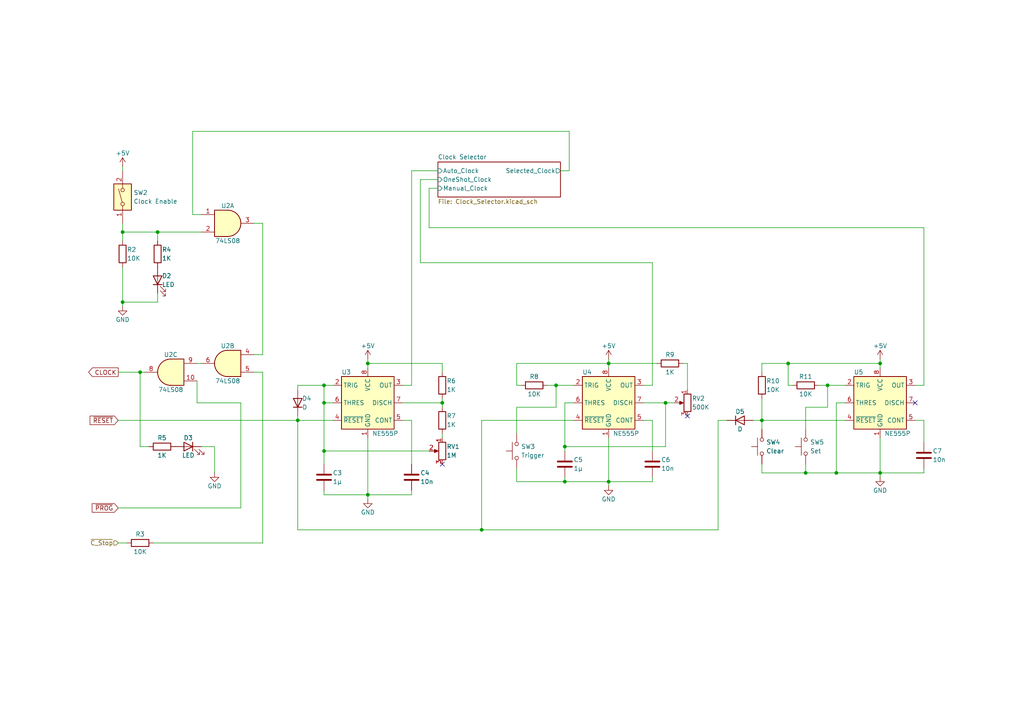
<source format=kicad_sch>
(kicad_sch (version 20231120) (generator "eeschema") (generator_version "8.0")
  (paper "A4")
  (title_block (title "8-Bit Computer - Clock Module") (date "2024-03-10") (rev "1") (comment 1 "Creator: Matan Brightbert"))
  (lib_symbols
    (symbol "74xx:74LS08" (pin_names (offset 1.016))
      (property "Reference" "U" (at 0 1.27 0))
      (property "Value" "74LS08" (at 0 -1.27 0))
      (symbol "74LS08_1_1"
        (arc (start 0 -3.81) (mid 3.7934 0) (end 0 3.81) (stroke (width 0.254)) (fill (type background)))
        (polyline (pts (xy 0 3.81) (xy -3.81 3.81) (xy -3.81 -3.81) (xy 0 -3.81)) (stroke (width 0.254)) (fill (type background)))
        (pin input line (at -7.62 2.54 0) (length 3.81) (name "~") (number "1"))
        (pin input line (at -7.62 -2.54 0) (length 3.81) (name "~") (number "2"))
        (pin output line (at 7.62 0 180) (length 3.81) (name "~") (number "3"))
      )
      (symbol "74LS08_1_2"
        (arc (start -3.81 -3.81) (mid -2.589 0) (end -3.81 3.81) (stroke (width 0.254)))
        (arc (start -0.6096 -3.81) (mid 2.1842 -2.5851) (end 3.81 0) (stroke (width 0.254)) (fill (type background)))
        (polyline (pts (xy -3.81 -3.81) (xy -0.635 -3.81)) (stroke (width 0.254)) (fill (type background)))
        (polyline (pts (xy -3.81 3.81) (xy -0.635 3.81)) (stroke (width 0.254)) (fill (type background)))
        (polyline (pts (xy -0.635 3.81) (xy -3.81 3.81) (xy -3.81 3.81) (xy -3.556 3.4036) (xy -3.0226 2.2606) (xy -2.6924 1.0414) (xy -2.6162 -0.254) (xy -2.7686 -1.4986) (xy -3.175 -2.7178) (xy -3.81 -3.81) (xy -3.81 -3.81) (xy -0.635 -3.81)) (stroke (width -25.4)) (fill (type background)))
        (arc (start 3.81 0) (mid 2.1915 2.5936) (end -0.6096 3.81) (stroke (width 0.254)) (fill (type background)))
        (pin input inverted (at -7.62 2.54 0) (length 4.318) (name "~") (number "1"))
        (pin input inverted (at -7.62 -2.54 0) (length 4.318) (name "~") (number "2"))
        (pin output inverted (at 7.62 0 180) (length 3.81) (name "~") (number "3"))
      )
      (symbol "74LS08_2_1"
        (arc (start 0 -3.81) (mid 3.7934 0) (end 0 3.81) (stroke (width 0.254)) (fill (type background)))
        (polyline (pts (xy 0 3.81) (xy -3.81 3.81) (xy -3.81 -3.81) (xy 0 -3.81)) (stroke (width 0.254)) (fill (type background)))
        (pin input line (at -7.62 2.54 0) (length 3.81) (name "~") (number "4"))
        (pin input line (at -7.62 -2.54 0) (length 3.81) (name "~") (number "5"))
        (pin output line (at 7.62 0 180) (length 3.81) (name "~") (number "6"))
      )
      (symbol "74LS08_2_2"
        (arc (start -3.81 -3.81) (mid -2.589 0) (end -3.81 3.81) (stroke (width 0.254)))
        (arc (start -0.6096 -3.81) (mid 2.1842 -2.5851) (end 3.81 0) (stroke (width 0.254)) (fill (type background)))
        (polyline (pts (xy -3.81 -3.81) (xy -0.635 -3.81)) (stroke (width 0.254)) (fill (type background)))
        (polyline (pts (xy -3.81 3.81) (xy -0.635 3.81)) (stroke (width 0.254)) (fill (type background)))
        (polyline (pts (xy -0.635 3.81) (xy -3.81 3.81) (xy -3.81 3.81) (xy -3.556 3.4036) (xy -3.0226 2.2606) (xy -2.6924 1.0414) (xy -2.6162 -0.254) (xy -2.7686 -1.4986) (xy -3.175 -2.7178) (xy -3.81 -3.81) (xy -3.81 -3.81) (xy -0.635 -3.81)) (stroke (width -25.4)) (fill (type background)))
        (arc (start 3.81 0) (mid 2.1915 2.5936) (end -0.6096 3.81) (stroke (width 0.254)) (fill (type background)))
        (pin input inverted (at -7.62 2.54 0) (length 4.318) (name "~") (number "4"))
        (pin input inverted (at -7.62 -2.54 0) (length 4.318) (name "~") (number "5"))
        (pin output inverted (at 7.62 0 180) (length 3.81) (name "~") (number "6"))
      )
      (symbol "74LS08_3_1"
        (arc (start 0 -3.81) (mid 3.7934 0) (end 0 3.81) (stroke (width 0.254)) (fill (type background)))
        (polyline (pts (xy 0 3.81) (xy -3.81 3.81) (xy -3.81 -3.81) (xy 0 -3.81)) (stroke (width 0.254)) (fill (type background)))
        (pin input line (at -7.62 -2.54 0) (length 3.81) (name "~") (number "10"))
        (pin output line (at 7.62 0 180) (length 3.81) (name "~") (number "8"))
        (pin input line (at -7.62 2.54 0) (length 3.81) (name "~") (number "9"))
      )
      (symbol "74LS08_3_2"
        (arc (start -3.81 -3.81) (mid -2.589 0) (end -3.81 3.81) (stroke (width 0.254)))
        (arc (start -0.6096 -3.81) (mid 2.1842 -2.5851) (end 3.81 0) (stroke (width 0.254)) (fill (type background)))
        (polyline (pts (xy -3.81 -3.81) (xy -0.635 -3.81)) (stroke (width 0.254)) (fill (type background)))
        (polyline (pts (xy -3.81 3.81) (xy -0.635 3.81)) (stroke (width 0.254)) (fill (type background)))
        (polyline (pts (xy -0.635 3.81) (xy -3.81 3.81) (xy -3.81 3.81) (xy -3.556 3.4036) (xy -3.0226 2.2606) (xy -2.6924 1.0414) (xy -2.6162 -0.254) (xy -2.7686 -1.4986) (xy -3.175 -2.7178) (xy -3.81 -3.81) (xy -3.81 -3.81) (xy -0.635 -3.81)) (stroke (width -25.4)) (fill (type background)))
        (arc (start 3.81 0) (mid 2.1915 2.5936) (end -0.6096 3.81) (stroke (width 0.254)) (fill (type background)))
        (pin input inverted (at -7.62 -2.54 0) (length 4.318) (name "~") (number "10"))
        (pin output inverted (at 7.62 0 180) (length 3.81) (name "~") (number "8"))
        (pin input inverted (at -7.62 2.54 0) (length 4.318) (name "~") (number "9"))
      )
      (symbol "74LS08_4_1"
        (arc (start 0 -3.81) (mid 3.7934 0) (end 0 3.81) (stroke (width 0.254)) (fill (type background)))
        (polyline (pts (xy 0 3.81) (xy -3.81 3.81) (xy -3.81 -3.81) (xy 0 -3.81)) (stroke (width 0.254)) (fill (type background)))
        (pin output line (at 7.62 0 180) (length 3.81) (name "~") (number "11"))
        (pin input line (at -7.62 2.54 0) (length 3.81) (name "~") (number "12"))
        (pin input line (at -7.62 -2.54 0) (length 3.81) (name "~") (number "13"))
      )
      (symbol "74LS08_4_2"
        (arc (start -3.81 -3.81) (mid -2.589 0) (end -3.81 3.81) (stroke (width 0.254)))
        (arc (start -0.6096 -3.81) (mid 2.1842 -2.5851) (end 3.81 0) (stroke (width 0.254)) (fill (type background)))
        (polyline (pts (xy -3.81 -3.81) (xy -0.635 -3.81)) (stroke (width 0.254)) (fill (type background)))
        (polyline (pts (xy -3.81 3.81) (xy -0.635 3.81)) (stroke (width 0.254)) (fill (type background)))
        (polyline (pts (xy -0.635 3.81) (xy -3.81 3.81) (xy -3.81 3.81) (xy -3.556 3.4036) (xy -3.0226 2.2606) (xy -2.6924 1.0414) (xy -2.6162 -0.254) (xy -2.7686 -1.4986) (xy -3.175 -2.7178) (xy -3.81 -3.81) (xy -3.81 -3.81) (xy -0.635 -3.81)) (stroke (width -25.4)) (fill (type background)))
        (arc (start 3.81 0) (mid 2.1915 2.5936) (end -0.6096 3.81) (stroke (width 0.254)) (fill (type background)))
        (pin output inverted (at 7.62 0 180) (length 3.81) (name "~") (number "11"))
        (pin input inverted (at -7.62 2.54 0) (length 4.318) (name "~") (number "12"))
        (pin input inverted (at -7.62 -2.54 0) (length 4.318) (name "~") (number "13"))
      )
      (symbol "74LS08_5_0"
        (pin power_in line (at 0 12.7 270) (length 5.08) (name "VCC") (number "14"))
        (pin power_in line (at 0 -12.7 90) (length 5.08) (name "GND") (number "7"))
      )
      (symbol "74LS08_5_1"
        (rectangle (start -5.08 7.62) (end 5.08 -7.62) (stroke (width 0.254)) (fill (type background)))
      )
    )
    (symbol "Custom:NE555P"
      (property "Reference" "U" (at -7.62 8.89 0))
      (property "Value" "NE555P" (at 1.27 -8.89 0))
      (symbol "NE555P_0_1"
        (rectangle (start -7.62 7.62) (end 7.62 -7.62) (stroke (width 0.254)) (fill (type background)))
      )
      (symbol "NE555P_1_1"
        (pin power_in line (at 0 -10.16 90) (length 2.54) (name "GND") (number "1"))
        (pin input line (at -10.16 5.08 0) (length 2.54) (name "TRIG") (number "2"))
        (pin output line (at 10.16 5.08 180) (length 2.54) (name "OUT") (number "3"))
        (pin input line (at -10.16 -5.08 0) (length 2.54) (name "~{RESET}") (number "4"))
        (pin bidirectional line (at 10.16 -5.08 180) (length 2.54) (name "CONT") (number "5"))
        (pin input line (at -10.16 0 0) (length 2.54) (name "THRES") (number "6"))
        (pin output line (at 10.16 0 180) (length 2.54) (name "DISCH") (number "7"))
        (pin power_in line (at 0 10.16 270) (length 2.54) (name "VCC") (number "8"))
      )
    )
    (symbol "Device:C" (pin_numbers hide) (pin_names (offset 0.254))
      (property "Reference" "C" (at 0.635 2.54 0))
      (property "Value" "C" (at 0.635 -2.54 0))
      (symbol "C_0_1"
        (polyline (pts (xy -2.032 -0.762) (xy 2.032 -0.762)) (stroke (width 0.508)))
        (polyline (pts (xy -2.032 0.762) (xy 2.032 0.762)) (stroke (width 0.508)))
      )
      (symbol "C_1_1"
        (pin passive line (at 0 3.81 270) (length 2.794) (name "~") (number "1"))
        (pin passive line (at 0 -3.81 90) (length 2.794) (name "~") (number "2"))
      )
    )
    (symbol "Device:D" (pin_numbers hide) (pin_names (offset 1.016) hide)
      (property "Reference" "D" (at 0 2.54 0))
      (property "Value" "D" (at 0 -2.54 0))
      (symbol "D_0_1"
        (polyline (pts (xy -1.27 1.27) (xy -1.27 -1.27)) (stroke (width 0.254)))
        (polyline (pts (xy 1.27 0) (xy -1.27 0)))
        (polyline (pts (xy 1.27 1.27) (xy 1.27 -1.27) (xy -1.27 0) (xy 1.27 1.27)) (stroke (width 0.254)))
      )
      (symbol "D_1_1"
        (pin passive line (at -3.81 0 0) (length 2.54) (name "K") (number "1"))
        (pin passive line (at 3.81 0 180) (length 2.54) (name "A") (number "2"))
      )
    )
    (symbol "Device:LED" (pin_numbers hide) (pin_names (offset 1.016) hide)
      (property "Reference" "D" (at 0 2.54 0))
      (property "Value" "LED" (at 0 -2.54 0))
      (symbol "LED_0_1"
        (polyline (pts (xy -1.27 -1.27) (xy -1.27 1.27)) (stroke (width 0.254)))
        (polyline (pts (xy -1.27 0) (xy 1.27 0)))
        (polyline (pts (xy 1.27 -1.27) (xy 1.27 1.27) (xy -1.27 0) (xy 1.27 -1.27)) (stroke (width 0.254)))
        (polyline (pts (xy -3.048 -0.762) (xy -4.572 -2.286) (xy -3.81 -2.286) (xy -4.572 -2.286) (xy -4.572 -1.524)))
        (polyline (pts (xy -1.778 -0.762) (xy -3.302 -2.286) (xy -2.54 -2.286) (xy -3.302 -2.286) (xy -3.302 -1.524)))
      )
      (symbol "LED_1_1"
        (pin passive line (at -3.81 0 0) (length 2.54) (name "K") (number "1"))
        (pin passive line (at 3.81 0 180) (length 2.54) (name "A") (number "2"))
      )
    )
    (symbol "Device:R" (pin_numbers hide) (pin_names (offset 0))
      (property "Reference" "R" (at 2.032 0 90))
      (property "Value" "R" (at 0 0 90))
      (symbol "R_0_1"
        (rectangle (start -1.016 -2.54) (end 1.016 2.54) (stroke (width 0.254)))
      )
      (symbol "R_1_1"
        (pin passive line (at 0 3.81 270) (length 1.27) (name "~") (number "1"))
        (pin passive line (at 0 -3.81 90) (length 1.27) (name "~") (number "2"))
      )
    )
    (symbol "Device:R_Potentiometer" (pin_names (offset 1.016) hide)
      (property "Reference" "RV" (at -4.445 0 90))
      (property "Value" "R_Potentiometer" (at -2.54 0 90))
      (symbol "R_Potentiometer_0_1"
        (polyline (pts (xy 2.54 0) (xy 1.524 0)))
        (polyline (pts (xy 1.143 0) (xy 2.286 0.508) (xy 2.286 -0.508) (xy 1.143 0)) (fill (type outline)))
        (rectangle (start 1.016 2.54) (end -1.016 -2.54) (stroke (width 0.254)))
      )
      (symbol "R_Potentiometer_1_1"
        (pin passive line (at 0 3.81 270) (length 1.27) (name "1") (number "1"))
        (pin passive line (at 3.81 0 180) (length 1.27) (name "2") (number "2"))
        (pin passive line (at 0 -3.81 90) (length 1.27) (name "3") (number "3"))
      )
    )
    (symbol "Switch:SW_DIP_x01" (pin_names (offset 0) hide)
      (property "Reference" "SW" (at 0 3.81 0))
      (property "Value" "SW_DIP_x01" (at 0 -3.81 0))
      (symbol "SW_DIP_x01_0_0"
        (circle (center -2.032 0) (radius 0.508))
        (polyline (pts (xy -1.524 0.127) (xy 2.3622 1.1684)))
        (circle (center 2.032 0) (radius 0.508))
      )
      (symbol "SW_DIP_x01_0_1"
        (rectangle (start -3.81 2.54) (end 3.81 -2.54) (stroke (width 0.254)) (fill (type background)))
      )
      (symbol "SW_DIP_x01_1_1"
        (pin passive line (at -7.62 0 0) (length 5.08) (name "~") (number "1"))
        (pin passive line (at 7.62 0 180) (length 5.08) (name "~") (number "2"))
      )
    )
    (symbol "Switch:SW_Push" (pin_numbers hide) (pin_names (offset 1.016) hide)
      (property "Reference" "SW" (at 1.27 2.54 0))
      (property "Value" "SW_Push" (at 0 -1.524 0))
      (symbol "SW_Push_0_1"
        (circle (center -2.032 0) (radius 0.508))
        (polyline (pts (xy 0 1.27) (xy 0 3.048)))
        (polyline (pts (xy 2.54 1.27) (xy -2.54 1.27)))
        (circle (center 2.032 0) (radius 0.508))
        (pin passive line (at -5.08 0 0) (length 2.54) (name "1") (number "1"))
        (pin passive line (at 5.08 0 180) (length 2.54) (name "2") (number "2"))
      )
    )
    (symbol "power:+5V" (power) (pin_numbers hide) (pin_names (offset 0) hide)
      (property "Value" "+5V" (at 0 3.556 0))
      (symbol "+5V_0_1"
        (polyline (pts (xy -0.762 1.27) (xy 0 2.54)))
        (polyline (pts (xy 0 0) (xy 0 2.54)))
        (polyline (pts (xy 0 2.54) (xy 0.762 1.27)))
      )
      (symbol "+5V_1_1"
        (pin power_in line (at 0 0 90) (length 0) (name "~") (number "1"))
      )
    )
    (symbol "power:GND" (power) (pin_numbers hide) (pin_names (offset 0) hide)
      (property "Value" "GND" (at 0 -3.81 0))
      (symbol "GND_0_1"
        (polyline (pts (xy 0 0) (xy 0 -1.27) (xy 1.27 -1.27) (xy 0 -2.54) (xy -1.27 -1.27) (xy 0 -1.27)))
      )
      (symbol "GND_1_1"
        (pin power_in line (at 0 0 270) (length 0) (name "~") (number "1"))
      )
    )
  )
  (junction (at 163.83 139.7))
  (junction (at 161.29 111.76))
  (junction (at 176.53 139.7))
  (junction (at 106.68 105.41))
  (junction (at 176.53 105.41))
  (junction (at 220.98 121.92))
  (junction (at 242.57 137.16))
  (junction (at 106.68 143.51))
  (junction (at 93.98 116.84))
  (junction (at 228.6 105.41))
  (junction (at 93.98 111.76))
  (junction (at 240.03 111.76))
  (junction (at 255.27 137.16))
  (junction (at 233.68 137.16))
  (junction (at 40.64 107.95))
  (junction (at 45.72 67.31))
  (junction (at 128.27 116.84))
  (junction (at 35.56 67.31))
  (junction (at 139.7 153.67))
  (junction (at 255.27 105.41))
  (junction (at 35.56 87.63))
  (junction (at 193.04 116.84))
  (junction (at 86.36 121.92))
  (junction (at 163.83 129.54))
  (junction (at 93.98 130.81))
  (no_connect (at 128.27 134.62))
  (no_connect (at 265.43 116.84))
  (no_connect (at 199.39 120.65))
  (wire (pts (xy 45.72 67.31) (xy 58.42 67.31)))
  (wire (pts (xy 40.64 129.54) (xy 43.18 129.54)))
  (wire (pts (xy 127 54.61) (xy 124.46 54.61)))
  (wire (pts (xy 186.69 121.92) (xy 189.23 121.92)))
  (wire (pts (xy 163.83 130.81) (xy 163.83 129.54)))
  (wire (pts (xy 34.29 147.32) (xy 69.85 147.32)))
  (wire (pts (xy 106.68 143.51) (xy 119.38 143.51)))
  (wire (pts (xy 121.92 76.2) (xy 189.23 76.2)))
  (wire (pts (xy 96.52 116.84) (xy 93.98 116.84)))
  (wire (pts (xy 220.98 121.92) (xy 220.98 124.46)))
  (wire (pts (xy 119.38 121.92) (xy 119.38 134.62)))
  (wire (pts (xy 35.56 77.47) (xy 35.56 87.63)))
  (wire (pts (xy 176.53 104.14) (xy 176.53 105.41)))
  (wire (pts (xy 93.98 142.24) (xy 93.98 143.51)))
  (wire (pts (xy 35.56 49.53) (xy 35.56 48.26)))
  (wire (pts (xy 73.66 107.95) (xy 76.2 107.95)))
  (wire (pts (xy 163.83 139.7) (xy 176.53 139.7)))
  (wire (pts (xy 186.69 116.84) (xy 193.04 116.84)))
  (wire (pts (xy 242.57 116.84) (xy 242.57 137.16)))
  (wire (pts (xy 163.83 129.54) (xy 193.04 129.54)))
  (wire (pts (xy 161.29 111.76) (xy 166.37 111.76)))
  (wire (pts (xy 62.23 129.54) (xy 62.23 137.16)))
  (wire (pts (xy 149.86 139.7) (xy 163.83 139.7)))
  (wire (pts (xy 96.52 111.76) (xy 93.98 111.76)))
  (wire (pts (xy 86.36 121.92) (xy 96.52 121.92)))
  (wire (pts (xy 124.46 66.04) (xy 267.97 66.04)))
  (wire (pts (xy 86.36 153.67) (xy 139.7 153.67)))
  (wire (pts (xy 265.43 111.76) (xy 267.97 111.76)))
  (wire (pts (xy 34.29 157.48) (xy 36.83 157.48)))
  (wire (pts (xy 57.15 110.49) (xy 57.15 116.84)))
  (wire (pts (xy 233.68 118.11) (xy 233.68 124.46)))
  (wire (pts (xy 220.98 107.95) (xy 220.98 105.41)))
  (wire (pts (xy 93.98 143.51) (xy 106.68 143.51)))
  (wire (pts (xy 149.86 118.11) (xy 161.29 118.11)))
  (wire (pts (xy 220.98 115.57) (xy 220.98 121.92)))
  (wire (pts (xy 163.83 116.84) (xy 163.83 129.54)))
  (wire (pts (xy 176.53 105.41) (xy 190.5 105.41)))
  (wire (pts (xy 237.49 111.76) (xy 240.03 111.76)))
  (wire (pts (xy 233.68 118.11) (xy 240.03 118.11)))
  (wire (pts (xy 255.27 137.16) (xy 255.27 127)))
  (wire (pts (xy 93.98 134.62) (xy 93.98 130.81)))
  (wire (pts (xy 58.42 129.54) (xy 62.23 129.54)))
  (wire (pts (xy 40.64 107.95) (xy 40.64 129.54)))
  (wire (pts (xy 228.6 105.41) (xy 228.6 111.76)))
  (wire (pts (xy 86.36 113.03) (xy 86.36 111.76)))
  (wire (pts (xy 233.68 134.62) (xy 233.68 137.16)))
  (wire (pts (xy 93.98 111.76) (xy 93.98 116.84)))
  (wire (pts (xy 128.27 127) (xy 128.27 125.73)))
  (wire (pts (xy 265.43 121.92) (xy 267.97 121.92)))
  (wire (pts (xy 58.42 62.23) (xy 55.88 62.23)))
  (wire (pts (xy 165.1 38.1) (xy 165.1 49.53)))
  (wire (pts (xy 119.38 49.53) (xy 127 49.53)))
  (wire (pts (xy 106.68 105.41) (xy 106.68 106.68)))
  (wire (pts (xy 189.23 76.2) (xy 189.23 111.76)))
  (wire (pts (xy 151.13 111.76) (xy 149.86 111.76)))
  (wire (pts (xy 218.44 121.92) (xy 220.98 121.92)))
  (wire (pts (xy 86.36 121.92) (xy 86.36 153.67)))
  (wire (pts (xy 220.98 137.16) (xy 233.68 137.16)))
  (wire (pts (xy 45.72 67.31) (xy 45.72 69.85)))
  (wire (pts (xy 124.46 54.61) (xy 124.46 66.04)))
  (wire (pts (xy 119.38 142.24) (xy 119.38 143.51)))
  (wire (pts (xy 119.38 49.53) (xy 119.38 111.76)))
  (wire (pts (xy 57.15 116.84) (xy 69.85 116.84)))
  (wire (pts (xy 208.28 153.67) (xy 139.7 153.67)))
  (wire (pts (xy 76.2 102.87) (xy 76.2 64.77)))
  (wire (pts (xy 139.7 121.92) (xy 139.7 153.67)))
  (wire (pts (xy 189.23 138.43) (xy 189.23 139.7)))
  (wire (pts (xy 121.92 52.07) (xy 121.92 76.2)))
  (wire (pts (xy 176.53 139.7) (xy 176.53 127)))
  (wire (pts (xy 128.27 115.57) (xy 128.27 116.84)))
  (wire (pts (xy 255.27 137.16) (xy 267.97 137.16)))
  (wire (pts (xy 116.84 121.92) (xy 119.38 121.92)))
  (wire (pts (xy 86.36 111.76) (xy 93.98 111.76)))
  (wire (pts (xy 76.2 107.95) (xy 76.2 157.48)))
  (wire (pts (xy 176.53 105.41) (xy 176.53 106.68)))
  (wire (pts (xy 267.97 135.89) (xy 267.97 137.16)))
  (wire (pts (xy 220.98 105.41) (xy 228.6 105.41)))
  (wire (pts (xy 149.86 118.11) (xy 149.86 125.73)))
  (wire (pts (xy 198.12 105.41) (xy 199.39 105.41)))
  (wire (pts (xy 166.37 116.84) (xy 163.83 116.84)))
  (wire (pts (xy 55.88 38.1) (xy 165.1 38.1)))
  (wire (pts (xy 35.56 87.63) (xy 45.72 87.63)))
  (wire (pts (xy 255.27 105.41) (xy 255.27 106.68)))
  (wire (pts (xy 208.28 121.92) (xy 208.28 153.67)))
  (wire (pts (xy 93.98 116.84) (xy 93.98 130.81)))
  (wire (pts (xy 233.68 137.16) (xy 242.57 137.16)))
  (wire (pts (xy 163.83 138.43) (xy 163.83 139.7)))
  (wire (pts (xy 34.29 121.92) (xy 86.36 121.92)))
  (wire (pts (xy 128.27 105.41) (xy 128.27 107.95)))
  (wire (pts (xy 128.27 116.84) (xy 128.27 118.11)))
  (wire (pts (xy 86.36 120.65) (xy 86.36 121.92)))
  (wire (pts (xy 76.2 102.87) (xy 73.66 102.87)))
  (wire (pts (xy 149.86 105.41) (xy 149.86 111.76)))
  (wire (pts (xy 189.23 121.92) (xy 189.23 130.81)))
  (wire (pts (xy 193.04 116.84) (xy 195.58 116.84)))
  (wire (pts (xy 45.72 87.63) (xy 45.72 85.09)))
  (wire (pts (xy 116.84 111.76) (xy 119.38 111.76)))
  (wire (pts (xy 106.68 105.41) (xy 128.27 105.41)))
  (wire (pts (xy 176.53 139.7) (xy 189.23 139.7)))
  (wire (pts (xy 106.68 144.78) (xy 106.68 143.51)))
  (wire (pts (xy 186.69 111.76) (xy 189.23 111.76)))
  (wire (pts (xy 267.97 121.92) (xy 267.97 128.27)))
  (wire (pts (xy 55.88 62.23) (xy 55.88 38.1)))
  (wire (pts (xy 240.03 111.76) (xy 240.03 118.11)))
  (wire (pts (xy 240.03 111.76) (xy 245.11 111.76)))
  (wire (pts (xy 255.27 104.14) (xy 255.27 105.41)))
  (wire (pts (xy 35.56 67.31) (xy 35.56 69.85)))
  (wire (pts (xy 245.11 116.84) (xy 242.57 116.84)))
  (wire (pts (xy 40.64 107.95) (xy 41.91 107.95)))
  (wire (pts (xy 35.56 67.31) (xy 45.72 67.31)))
  (wire (pts (xy 35.56 64.77) (xy 35.56 67.31)))
  (wire (pts (xy 220.98 121.92) (xy 245.11 121.92)))
  (wire (pts (xy 127 52.07) (xy 121.92 52.07)))
  (wire (pts (xy 149.86 135.89) (xy 149.86 139.7)))
  (wire (pts (xy 165.1 49.53) (xy 162.56 49.53)))
  (wire (pts (xy 34.29 107.95) (xy 40.64 107.95)))
  (wire (pts (xy 255.27 138.43) (xy 255.27 137.16)))
  (wire (pts (xy 161.29 111.76) (xy 161.29 118.11)))
  (wire (pts (xy 255.27 105.41) (xy 228.6 105.41)))
  (wire (pts (xy 242.57 137.16) (xy 255.27 137.16)))
  (wire (pts (xy 229.87 111.76) (xy 228.6 111.76)))
  (wire (pts (xy 76.2 64.77) (xy 73.66 64.77)))
  (wire (pts (xy 69.85 116.84) (xy 69.85 147.32)))
  (wire (pts (xy 35.56 88.9) (xy 35.56 87.63)))
  (wire (pts (xy 193.04 129.54) (xy 193.04 116.84)))
  (wire (pts (xy 176.53 105.41) (xy 149.86 105.41)))
  (wire (pts (xy 44.45 157.48) (xy 76.2 157.48)))
  (wire (pts (xy 139.7 121.92) (xy 166.37 121.92)))
  (wire (pts (xy 176.53 140.97) (xy 176.53 139.7)))
  (wire (pts (xy 93.98 130.81) (xy 124.46 130.81)))
  (wire (pts (xy 158.75 111.76) (xy 161.29 111.76)))
  (wire (pts (xy 267.97 66.04) (xy 267.97 111.76)))
  (wire (pts (xy 199.39 105.41) (xy 199.39 113.03)))
  (wire (pts (xy 57.15 105.41) (xy 58.42 105.41)))
  (wire (pts (xy 106.68 104.14) (xy 106.68 105.41)))
  (wire (pts (xy 116.84 116.84) (xy 128.27 116.84)))
  (wire (pts (xy 220.98 134.62) (xy 220.98 137.16)))
  (wire (pts (xy 106.68 143.51) (xy 106.68 127)))
  (wire (pts (xy 208.28 121.92) (xy 210.82 121.92)))
  (global_label "~{PROG}" (shape input) (at 34.29 147.32 180) (property "Intersheetrefs" "${INTERSHEET_REFS}" (effects (hide yes))))
  (global_label "~{RESET}" (shape input) (at 34.29 121.92 180) (property "Intersheetrefs" "${INTERSHEET_REFS}" (effects (hide yes))))
  (global_label "CLOCK" (shape output) (at 34.29 107.95 180) (property "Intersheetrefs" "${INTERSHEET_REFS}" (effects (hide yes))))
  (hierarchical_label "~{C_Stop}" (shape input) (at 34.29 157.48 180))
  (symbol (lib_id "power:GND") (at 35.56 88.9 0) (unit 1)
    (property "Reference" "#PWR04" (effects (hide yes)))
    (property "Value" "GND" (at 35.56 92.71 0))
    (property "Description" "Power symbol creates a global label with name \"GND\" , ground" (effects (hide yes)))
  )
  (symbol (lib_id "power:GND") (at 255.27 138.43 0) (unit 1)
    (property "Reference" "#PWR011" (effects (hide yes)))
    (property "Value" "GND" (at 255.27 142.24 0))
    (property "Description" "Power symbol creates a global label with name \"GND\" , ground" (effects (hide yes)))
  )
  (symbol (lib_id "Device:R") (at 40.64 157.48 90) (unit 1)
    (property "Reference" "R3" (at 40.64 154.94 90))
    (property "Value" "10K" (at 40.64 160.02 90))
    (property "Footprint" "Resistor_THT:R_Axial_DIN0207_L6.3mm_D2.5mm_P7.62mm_Horizontal" (effects (hide yes)))
    (property "Description" "Resistor" (effects (hide yes)))
  )
  (symbol (lib_id "Switch:SW_DIP_x01") (at 35.56 57.15 90) (unit 1)
    (property "Reference" "SW2" (at 38.735 55.88 90) (effects (justify right)))
    (property "Value" "Clock Enable" (at 38.735 58.42 90) (effects (justify right)))
    (property "Footprint" "Button_Switch_THT:SW_DIP_SPSTx01_Slide_9.78x4.72mm_W7.62mm_P2.54mm" (effects (hide yes)))
    (property "Description" "1x DIP Switch, Single Pole Single Throw (SPST) switch, small symbol" (effects (hide yes)))
  )
  (symbol (lib_id "power:GND") (at 106.68 144.78 0) (unit 1)
    (property "Reference" "#PWR07" (effects (hide yes)))
    (property "Value" "GND" (at 106.68 148.59 0))
    (property "Description" "Power symbol creates a global label with name \"GND\" , ground" (effects (hide yes)))
  )
  (symbol (lib_id "Device:R") (at 45.72 73.66 0) (unit 1)
    (property "Reference" "R4" (at 46.99 72.39 0) (effects (justify left)))
    (property "Value" "1K" (at 46.99 74.93 0) (effects (justify left)))
    (property "Footprint" "Resistor_THT:R_Axial_DIN0207_L6.3mm_D2.5mm_P7.62mm_Horizontal" (effects (hide yes)))
    (property "Description" "Resistor" (effects (hide yes)))
  )
  (symbol (lib_id "Device:R") (at 128.27 111.76 0) (unit 1)
    (property "Reference" "R6" (at 129.54 110.49 0) (effects (justify left)))
    (property "Value" "1K" (at 129.54 113.03 0) (effects (justify left)))
    (property "Footprint" "Resistor_THT:R_Axial_DIN0207_L6.3mm_D2.5mm_P7.62mm_Horizontal" (effects (hide yes)))
    (property "Description" "Resistor" (effects (hide yes)))
  )
  (symbol (lib_id "Device:D") (at 214.63 121.92 0) (unit 1)
    (property "Reference" "D5" (at 214.63 119.38 0))
    (property "Value" "D" (at 214.63 124.46 0))
    (property "Footprint" "Diode_THT:D_DO-34_SOD68_P7.62mm_Horizontal" (effects (hide yes)))
    (property "Description" "Diode" (effects (hide yes)))
    (property "Sim.Device" "D" (effects (hide yes)))
    (property "Sim.Pins" "1=K 2=A" (effects (hide yes)))
  )
  (symbol (lib_id "Device:C") (at 93.98 138.43 0) (unit 1)
    (property "Reference" "C3" (at 96.52 137.16 0) (effects (justify left)))
    (property "Value" "1µ" (at 96.52 139.7 0) (effects (justify left)))
    (property "Footprint" "Capacitor_THT:C_Disc_D5.1mm_W3.2mm_P5.00mm" (effects (hide yes)))
    (property "Description" "Unpolarized capacitor" (effects (hide yes)))
  )
  (symbol (lib_id "74xx:74LS08") (at 49.53 107.95 0) (mirror y) (unit 3)
    (property "Reference" "U2" (at 49.53 102.87 0))
    (property "Value" "74LS08" (at 49.53 113.03 0))
    (property "Footprint" "Package_DIP:DIP-14_W7.62mm" (effects (hide yes)))
    (property "Datasheet" "http://www.ti.com/lit/gpn/sn74LS08" (effects (hide yes)))
    (property "Description" "Quad And2" (effects (hide yes)))
  )
  (symbol (lib_id "Device:C") (at 267.97 132.08 0) (unit 1)
    (property "Reference" "C7" (at 270.51 130.81 0) (effects (justify left)))
    (property "Value" "10n" (at 270.51 133.35 0) (effects (justify left)))
    (property "Footprint" "Capacitor_THT:C_Disc_D5.1mm_W3.2mm_P5.00mm" (effects (hide yes)))
    (property "Description" "Unpolarized capacitor" (effects (hide yes)))
  )
  (symbol (lib_id "Device:R_Potentiometer") (at 199.39 116.84 0) (mirror y) (unit 1)
    (property "Reference" "RV2" (at 200.66 115.57 0) (effects (justify right)))
    (property "Value" "500K" (at 200.66 118.11 0) (effects (justify right)))
    (property "Footprint" "Potentiometer_THT:Potentiometer_Vishay_T73YP_Vertical" (effects (hide yes)))
    (property "Description" "Potentiometer" (effects (hide yes)))
  )
  (symbol (lib_id "Device:R_Potentiometer") (at 128.27 130.81 0) (mirror y) (unit 1)
    (property "Reference" "RV1" (at 129.54 129.54 0) (effects (justify right)))
    (property "Value" "1M" (at 129.54 132.08 0) (effects (justify right)))
    (property "Footprint" "Potentiometer_THT:Potentiometer_Vishay_T73YP_Vertical" (effects (hide yes)))
    (property "Description" "Potentiometer" (effects (hide yes)))
  )
  (symbol (lib_id "Custom:NE555P") (at 176.53 116.84 0) (unit 1)
    (property "Reference" "U4" (at 168.91 107.95 0) (effects (justify left)))
    (property "Value" "NE555P" (at 177.8 125.73 0) (effects (justify left)))
    (property "Footprint" "Package_DIP:DIP-8_W7.62mm" (effects (hide yes)))
  )
  (symbol (lib_id "Device:LED") (at 54.61 129.54 0) (mirror y) (unit 1)
    (property "Reference" "D3" (at 54.61 127 0))
    (property "Value" "LED" (at 54.61 132.08 0))
    (property "Footprint" "LED_THT:LED_D3.0mm" (effects (hide yes)))
    (property "Description" "Light emitting diode" (effects (hide yes)))
  )
  (symbol (lib_id "Switch:SW_Push") (at 220.98 129.54 90) (unit 1)
    (property "Reference" "SW4" (at 222.25 128.27 90) (effects (justify right)))
    (property "Value" "Clear" (at 222.25 130.81 90) (effects (justify right)))
    (property "Footprint" "Button_Switch_THT:SW_PUSH_6mm_H5mm" (effects (hide yes)))
    (property "Description" "Push button switch, generic, two pins" (effects (hide yes)))
  )
  (symbol (lib_id "Device:LED") (at 45.72 81.28 90) (unit 1)
    (property "Reference" "D2" (at 46.99 80.01 90) (effects (justify right)))
    (property "Value" "LED" (at 46.99 82.55 90) (effects (justify right)))
    (property "Footprint" "LED_THT:LED_D3.0mm" (effects (hide yes)))
    (property "Description" "Light emitting diode" (effects (hide yes)))
  )
  (symbol (lib_id "power:GND") (at 176.53 140.97 0) (unit 1)
    (property "Reference" "#PWR09" (effects (hide yes)))
    (property "Value" "GND" (at 176.53 144.78 0))
    (property "Description" "Power symbol creates a global label with name \"GND\" , ground" (effects (hide yes)))
  )
  (symbol (lib_id "Device:R") (at 220.98 111.76 0) (unit 1)
    (property "Reference" "R10" (at 222.25 110.49 0) (effects (justify left)))
    (property "Value" "10K" (at 222.25 113.03 0) (effects (justify left)))
    (property "Footprint" "Resistor_THT:R_Axial_DIN0207_L6.3mm_D2.5mm_P7.62mm_Horizontal" (effects (hide yes)))
    (property "Description" "Resistor" (effects (hide yes)))
  )
  (symbol (lib_id "Custom:NE555P") (at 255.27 116.84 0) (unit 1)
    (property "Reference" "U5" (at 247.65 107.95 0) (effects (justify left)))
    (property "Value" "NE555P" (at 256.54 125.73 0) (effects (justify left)))
    (property "Footprint" "Package_DIP:DIP-8_W7.62mm" (effects (hide yes)))
  )
  (symbol (lib_id "Device:R") (at 46.99 129.54 90) (unit 1)
    (property "Reference" "R5" (at 46.99 127 90))
    (property "Value" "1K" (at 46.99 132.08 90))
    (property "Footprint" "Resistor_THT:R_Axial_DIN0207_L6.3mm_D2.5mm_P7.62mm_Horizontal" (effects (hide yes)))
    (property "Description" "Resistor" (effects (hide yes)))
  )
  (symbol (lib_id "power:+5V") (at 255.27 104.14 0) (unit 1)
    (property "Reference" "#PWR010" (effects (hide yes)))
    (property "Value" "+5V" (at 255.27 100.33 0))
    (property "Description" "Power symbol creates a global label with name \"+5V\"" (effects (hide yes)))
  )
  (symbol (lib_id "Device:R") (at 194.31 105.41 90) (unit 1)
    (property "Reference" "R9" (at 194.31 102.87 90))
    (property "Value" "1K" (at 194.31 107.95 90))
    (property "Footprint" "Resistor_THT:R_Axial_DIN0207_L6.3mm_D2.5mm_P7.62mm_Horizontal" (effects (hide yes)))
    (property "Description" "Resistor" (effects (hide yes)))
  )
  (symbol (lib_id "Device:R") (at 128.27 121.92 0) (unit 1)
    (property "Reference" "R7" (at 129.54 120.65 0) (effects (justify left)))
    (property "Value" "1K" (at 129.54 123.19 0) (effects (justify left)))
    (property "Footprint" "Resistor_THT:R_Axial_DIN0207_L6.3mm_D2.5mm_P7.62mm_Horizontal" (effects (hide yes)))
    (property "Description" "Resistor" (effects (hide yes)))
  )
  (symbol (lib_id "Switch:SW_Push") (at 149.86 130.81 90) (unit 1)
    (property "Reference" "SW3" (at 151.13 129.54 90) (effects (justify right)))
    (property "Value" "Trigger" (at 151.13 132.08 90) (effects (justify right)))
    (property "Footprint" "Button_Switch_THT:SW_PUSH_6mm_H5mm" (effects (hide yes)))
    (property "Description" "Push button switch, generic, two pins" (effects (hide yes)))
  )
  (symbol (lib_id "power:GND") (at 62.23 137.16 0) (mirror y) (unit 1)
    (property "Reference" "#PWR05" (effects (hide yes)))
    (property "Value" "GND" (at 62.23 140.97 0))
    (property "Description" "Power symbol creates a global label with name \"GND\" , ground" (effects (hide yes)))
  )
  (symbol (lib_id "74xx:74LS08") (at 66.04 64.77 0) (unit 1)
    (property "Reference" "U2" (at 66.04 59.69 0))
    (property "Value" "74LS08" (at 66.04 69.85 0))
    (property "Footprint" "Package_DIP:DIP-14_W7.62mm" (effects (hide yes)))
    (property "Datasheet" "http://www.ti.com/lit/gpn/sn74LS08" (effects (hide yes)))
    (property "Description" "Quad And2" (effects (hide yes)))
  )
  (symbol (lib_id "74xx:74LS08") (at 66.04 105.41 0) (mirror y) (unit 2)
    (property "Reference" "U2" (at 66.04 100.33 0))
    (property "Value" "74LS08" (at 66.04 110.49 0))
    (property "Footprint" "Package_DIP:DIP-14_W7.62mm" (effects (hide yes)))
    (property "Datasheet" "http://www.ti.com/lit/gpn/sn74LS08" (effects (hide yes)))
    (property "Description" "Quad And2" (effects (hide yes)))
  )
  (symbol (lib_id "Device:C") (at 119.38 138.43 0) (unit 1)
    (property "Reference" "C4" (at 121.92 137.16 0) (effects (justify left)))
    (property "Value" "10n" (at 121.92 139.7 0) (effects (justify left)))
    (property "Footprint" "Capacitor_THT:C_Disc_D5.1mm_W3.2mm_P5.00mm" (effects (hide yes)))
    (property "Description" "Unpolarized capacitor" (effects (hide yes)))
  )
  (symbol (lib_id "Device:R") (at 154.94 111.76 90) (unit 1)
    (property "Reference" "R8" (at 154.94 109.22 90))
    (property "Value" "10K" (at 154.94 114.3 90))
    (property "Footprint" "Resistor_THT:R_Axial_DIN0207_L6.3mm_D2.5mm_P7.62mm_Horizontal" (effects (hide yes)))
    (property "Description" "Resistor" (effects (hide yes)))
  )
  (symbol (lib_id "power:+5V") (at 106.68 104.14 0) (unit 1)
    (property "Reference" "#PWR06" (effects (hide yes)))
    (property "Value" "+5V" (at 106.68 100.33 0))
    (property "Description" "Power symbol creates a global label with name \"+5V\"" (effects (hide yes)))
  )
  (symbol (lib_id "Switch:SW_Push") (at 233.68 129.54 90) (unit 1)
    (property "Reference" "SW5" (at 234.95 128.27 90) (effects (justify right)))
    (property "Value" "Set" (at 234.95 130.81 90) (effects (justify right)))
    (property "Footprint" "Button_Switch_THT:SW_PUSH_6mm_H5mm" (effects (hide yes)))
    (property "Description" "Push button switch, generic, two pins" (effects (hide yes)))
  )
  (symbol (lib_id "Custom:NE555P") (at 106.68 116.84 0) (unit 1)
    (property "Reference" "U3" (at 99.06 107.95 0) (effects (justify left)))
    (property "Value" "NE555P" (at 107.95 125.73 0) (effects (justify left)))
    (property "Footprint" "Package_DIP:DIP-8_W7.62mm" (effects (hide yes)))
  )
  (symbol (lib_id "power:+5V") (at 35.56 48.26 0) (unit 1)
    (property "Reference" "#PWR03" (effects (hide yes)))
    (property "Value" "+5V" (at 35.56 44.45 0))
    (property "Description" "Power symbol creates a global label with name \"+5V\"" (effects (hide yes)))
  )
  (symbol (lib_id "Device:D") (at 86.36 116.84 90) (unit 1)
    (property "Reference" "D4" (at 87.63 115.57 90) (effects (justify right)))
    (property "Value" "D" (at 87.63 118.11 90) (effects (justify right)))
    (property "Footprint" "Diode_THT:D_DO-34_SOD68_P7.62mm_Horizontal" (effects (hide yes)))
    (property "Description" "Diode" (effects (hide yes)))
    (property "Sim.Device" "D" (effects (hide yes)))
    (property "Sim.Pins" "1=K 2=A" (effects (hide yes)))
  )
  (symbol (lib_id "Device:C") (at 189.23 134.62 0) (unit 1)
    (property "Reference" "C6" (at 191.77 133.35 0) (effects (justify left)))
    (property "Value" "10n" (at 191.77 135.89 0) (effects (justify left)))
    (property "Footprint" "Capacitor_THT:C_Disc_D5.1mm_W3.2mm_P5.00mm" (effects (hide yes)))
    (property "Description" "Unpolarized capacitor" (effects (hide yes)))
  )
  (symbol (lib_id "Device:R") (at 35.56 73.66 0) (unit 1)
    (property "Reference" "R2" (at 36.83 72.39 0) (effects (justify left)))
    (property "Value" "10K" (at 36.83 74.93 0) (effects (justify left)))
    (property "Footprint" "Resistor_THT:R_Axial_DIN0207_L6.3mm_D2.5mm_P7.62mm_Horizontal" (effects (hide yes)))
    (property "Description" "Resistor" (effects (hide yes)))
  )
  (symbol (lib_id "Device:R") (at 233.68 111.76 90) (unit 1)
    (property "Reference" "R11" (at 233.68 109.22 90))
    (property "Value" "10K" (at 233.68 114.3 90))
    (property "Footprint" "Resistor_THT:R_Axial_DIN0207_L6.3mm_D2.5mm_P7.62mm_Horizontal" (effects (hide yes)))
    (property "Description" "Resistor" (effects (hide yes)))
  )
  (symbol (lib_id "Device:C") (at 163.83 134.62 0) (unit 1)
    (property "Reference" "C5" (at 166.37 133.35 0) (effects (justify left)))
    (property "Value" "1µ" (at 166.37 135.89 0) (effects (justify left)))
    (property "Footprint" "Capacitor_THT:C_Disc_D5.1mm_W3.2mm_P5.00mm" (effects (hide yes)))
    (property "Description" "Unpolarized capacitor" (effects (hide yes)))
  )
  (symbol (lib_id "power:+5V") (at 176.53 104.14 0) (unit 1)
    (property "Reference" "#PWR08" (effects (hide yes)))
    (property "Value" "+5V" (at 176.53 100.33 0))
    (property "Description" "Power symbol creates a global label with name \"+5V\"" (effects (hide yes)))
  )
  (sheet (at 127 46.99) (size 35.56 10.16) (stroke (width 0.1524))
    (property "Sheetname" "Clock Selector" (at 127 46.2784 0) (effects (justify left bottom)))
    (property "Sheetfile" "Clock_Selector.kicad_sch" (at 127 57.7346 0) (effects (justify left top)))
    (pin "Auto_Clock" input (at 127 49.53 180))
    (pin "OneShot_Clock" input (at 127 52.07 180))
    (pin "Manual_Clock" input (at 127 54.61 180))
    (pin "Selected_Clock" output (at 162.56 49.53 0))
  )
)
</source>
